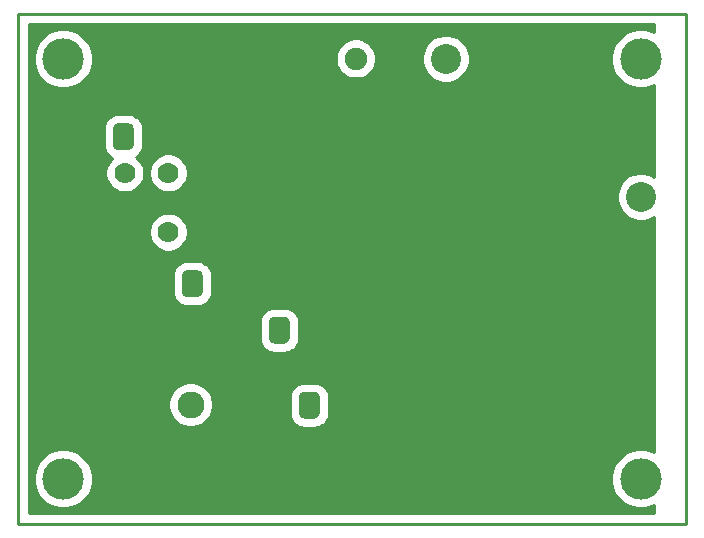
<source format=gbr>
G04 #@! TF.GenerationSoftware,KiCad,Pcbnew,(5.1.10)-1*
G04 #@! TF.CreationDate,2021-11-16T12:52:47+01:00*
G04 #@! TF.ProjectId,colpitts-k_1v5,636f6c70-6974-4747-932d-6b5f3176352e,2*
G04 #@! TF.SameCoordinates,Original*
G04 #@! TF.FileFunction,Copper,L2,Bot*
G04 #@! TF.FilePolarity,Positive*
%FSLAX46Y46*%
G04 Gerber Fmt 4.6, Leading zero omitted, Abs format (unit mm)*
G04 Created by KiCad (PCBNEW (5.1.10)-1) date 2021-11-16 12:52:47*
%MOMM*%
%LPD*%
G01*
G04 APERTURE LIST*
G04 #@! TA.AperFunction,Profile*
%ADD10C,0.254000*%
G04 #@! TD*
G04 #@! TA.AperFunction,ComponentPad*
%ADD11R,1.752600X1.752600*%
G04 #@! TD*
G04 #@! TA.AperFunction,ComponentPad*
%ADD12C,3.505200*%
G04 #@! TD*
G04 #@! TA.AperFunction,ComponentPad*
%ADD13C,2.540000*%
G04 #@! TD*
G04 #@! TA.AperFunction,ComponentPad*
%ADD14C,1.778000*%
G04 #@! TD*
G04 #@! TA.AperFunction,ComponentPad*
%ADD15C,2.286000*%
G04 #@! TD*
G04 #@! TA.AperFunction,ComponentPad*
%ADD16C,1.905000*%
G04 #@! TD*
G04 #@! TA.AperFunction,Conductor*
%ADD17C,0.254000*%
G04 #@! TD*
G04 #@! TA.AperFunction,Conductor*
%ADD18C,0.100000*%
G04 #@! TD*
G04 APERTURE END LIST*
D10*
X74930000Y-125095000D02*
X131445000Y-125095000D01*
X74930000Y-168275000D02*
X74930000Y-125095000D01*
X131445000Y-168275000D02*
X74930000Y-168275000D01*
X131445000Y-125095000D02*
X131445000Y-168275000D01*
D11*
X108585000Y-134620000D03*
X108585000Y-141605000D03*
X116205000Y-133985000D03*
X119380000Y-132715000D03*
X113665000Y-133985000D03*
X127635000Y-133985000D03*
X127635000Y-151765000D03*
X127635000Y-147955000D03*
X117475000Y-156210000D03*
X114300000Y-156210000D03*
G04 #@! TA.AperFunction,ComponentPad*
G36*
G01*
X82931000Y-136207500D02*
X82931000Y-134810500D01*
G75*
G02*
X83375500Y-134366000I444500J0D01*
G01*
X84264500Y-134366000D01*
G75*
G02*
X84709000Y-134810500I0J-444500D01*
G01*
X84709000Y-136207500D01*
G75*
G02*
X84264500Y-136652000I-444500J0D01*
G01*
X83375500Y-136652000D01*
G75*
G02*
X82931000Y-136207500I0J444500D01*
G01*
G37*
G04 #@! TD.AperFunction*
G04 #@! TA.AperFunction,ComponentPad*
G36*
G01*
X98679000Y-158940500D02*
X98679000Y-157543500D01*
G75*
G02*
X99123500Y-157099000I444500J0D01*
G01*
X100012500Y-157099000D01*
G75*
G02*
X100457000Y-157543500I0J-444500D01*
G01*
X100457000Y-158940500D01*
G75*
G02*
X100012500Y-159385000I-444500J0D01*
G01*
X99123500Y-159385000D01*
G75*
G02*
X98679000Y-158940500I0J444500D01*
G01*
G37*
G04 #@! TD.AperFunction*
G04 #@! TA.AperFunction,ComponentPad*
G36*
G01*
X96139000Y-152590500D02*
X96139000Y-151193500D01*
G75*
G02*
X96583500Y-150749000I444500J0D01*
G01*
X97472500Y-150749000D01*
G75*
G02*
X97917000Y-151193500I0J-444500D01*
G01*
X97917000Y-152590500D01*
G75*
G02*
X97472500Y-153035000I-444500J0D01*
G01*
X96583500Y-153035000D01*
G75*
G02*
X96139000Y-152590500I0J444500D01*
G01*
G37*
G04 #@! TD.AperFunction*
G04 #@! TA.AperFunction,ComponentPad*
G36*
G01*
X88773000Y-148653500D02*
X88773000Y-147256500D01*
G75*
G02*
X89217500Y-146812000I444500J0D01*
G01*
X90106500Y-146812000D01*
G75*
G02*
X90551000Y-147256500I0J-444500D01*
G01*
X90551000Y-148653500D01*
G75*
G02*
X90106500Y-149098000I-444500J0D01*
G01*
X89217500Y-149098000D01*
G75*
G02*
X88773000Y-148653500I0J444500D01*
G01*
G37*
G04 #@! TD.AperFunction*
X83693000Y-160782000D03*
X119380000Y-160020000D03*
X114935000Y-160020000D03*
X110490000Y-160020000D03*
X94615000Y-131445000D03*
X86360000Y-132334000D03*
X88900000Y-131445000D03*
X80645000Y-144145000D03*
X85725000Y-146050000D03*
X82550000Y-146050000D03*
X76835000Y-149860000D03*
X77470000Y-158115000D03*
X86360000Y-165735000D03*
X89535000Y-165735000D03*
X93345000Y-165735000D03*
X97155000Y-164465000D03*
X109855000Y-156210000D03*
X119380000Y-137160000D03*
X108585000Y-138430000D03*
X99060000Y-133985000D03*
X99060000Y-131445000D03*
X118110000Y-130175000D03*
D12*
X78740000Y-164465000D03*
X127635000Y-164465000D03*
X127635000Y-128905000D03*
X78740000Y-128905000D03*
D13*
X127635000Y-137160000D03*
X127635000Y-140589000D03*
X127635000Y-144018000D03*
X111125000Y-128905000D03*
X114554000Y-128905000D03*
D14*
X87634000Y-138585000D03*
X87634000Y-143585000D03*
X83951000Y-143585000D03*
X83951000Y-138585000D03*
D15*
X89535000Y-158195000D03*
X87035000Y-160695000D03*
X89535000Y-163195000D03*
D16*
X103505000Y-131405000D03*
X103505000Y-128905000D03*
D17*
X128778000Y-126656662D02*
X128368482Y-126487035D01*
X127882666Y-126390400D01*
X127387334Y-126390400D01*
X126901518Y-126487035D01*
X126443890Y-126676590D01*
X126032036Y-126951783D01*
X125681783Y-127302036D01*
X125406590Y-127713890D01*
X125217035Y-128171518D01*
X125120400Y-128657334D01*
X125120400Y-129152666D01*
X125217035Y-129638482D01*
X125406590Y-130096110D01*
X125681783Y-130507964D01*
X126032036Y-130858217D01*
X126443890Y-131133410D01*
X126901518Y-131322965D01*
X127387334Y-131419600D01*
X127882666Y-131419600D01*
X128368482Y-131322965D01*
X128778000Y-131153338D01*
X128778000Y-138908863D01*
X128597513Y-138788265D01*
X128227713Y-138635089D01*
X127835135Y-138557000D01*
X127434865Y-138557000D01*
X127042287Y-138635089D01*
X126672487Y-138788265D01*
X126339675Y-139010643D01*
X126056643Y-139293675D01*
X125834265Y-139626487D01*
X125681089Y-139996287D01*
X125603000Y-140388865D01*
X125603000Y-140789135D01*
X125681089Y-141181713D01*
X125834265Y-141551513D01*
X126056643Y-141884325D01*
X126339675Y-142167357D01*
X126672487Y-142389735D01*
X127042287Y-142542911D01*
X127434865Y-142621000D01*
X127835135Y-142621000D01*
X128227713Y-142542911D01*
X128597513Y-142389735D01*
X128778000Y-142269137D01*
X128778000Y-162216662D01*
X128368482Y-162047035D01*
X127882666Y-161950400D01*
X127387334Y-161950400D01*
X126901518Y-162047035D01*
X126443890Y-162236590D01*
X126032036Y-162511783D01*
X125681783Y-162862036D01*
X125406590Y-163273890D01*
X125217035Y-163731518D01*
X125120400Y-164217334D01*
X125120400Y-164712666D01*
X125217035Y-165198482D01*
X125406590Y-165656110D01*
X125681783Y-166067964D01*
X126032036Y-166418217D01*
X126443890Y-166693410D01*
X126901518Y-166882965D01*
X127387334Y-166979600D01*
X127882666Y-166979600D01*
X128368482Y-166882965D01*
X128778000Y-166713338D01*
X128778000Y-167386000D01*
X75819000Y-167386000D01*
X75819000Y-164217334D01*
X76225400Y-164217334D01*
X76225400Y-164712666D01*
X76322035Y-165198482D01*
X76511590Y-165656110D01*
X76786783Y-166067964D01*
X77137036Y-166418217D01*
X77548890Y-166693410D01*
X78006518Y-166882965D01*
X78492334Y-166979600D01*
X78987666Y-166979600D01*
X79473482Y-166882965D01*
X79931110Y-166693410D01*
X80342964Y-166418217D01*
X80693217Y-166067964D01*
X80968410Y-165656110D01*
X81157965Y-165198482D01*
X81254600Y-164712666D01*
X81254600Y-164217334D01*
X81157965Y-163731518D01*
X80968410Y-163273890D01*
X80693217Y-162862036D01*
X80342964Y-162511783D01*
X79931110Y-162236590D01*
X79473482Y-162047035D01*
X78987666Y-161950400D01*
X78492334Y-161950400D01*
X78006518Y-162047035D01*
X77548890Y-162236590D01*
X77137036Y-162511783D01*
X76786783Y-162862036D01*
X76511590Y-163273890D01*
X76322035Y-163731518D01*
X76225400Y-164217334D01*
X75819000Y-164217334D01*
X75819000Y-158007374D01*
X87630000Y-158007374D01*
X87630000Y-158382626D01*
X87703209Y-158750668D01*
X87846811Y-159097356D01*
X88055290Y-159409366D01*
X88320634Y-159674710D01*
X88632644Y-159883189D01*
X88979332Y-160026791D01*
X89347374Y-160100000D01*
X89722626Y-160100000D01*
X90090668Y-160026791D01*
X90437356Y-159883189D01*
X90749366Y-159674710D01*
X91014710Y-159409366D01*
X91223189Y-159097356D01*
X91366791Y-158750668D01*
X91440000Y-158382626D01*
X91440000Y-158007374D01*
X91366791Y-157639332D01*
X91327097Y-157543500D01*
X97913314Y-157543500D01*
X97913314Y-158940500D01*
X97936567Y-159176596D01*
X98005434Y-159403618D01*
X98117267Y-159612843D01*
X98267769Y-159796231D01*
X98451157Y-159946733D01*
X98660382Y-160058566D01*
X98887404Y-160127433D01*
X99123500Y-160150686D01*
X100012500Y-160150686D01*
X100248596Y-160127433D01*
X100475618Y-160058566D01*
X100684843Y-159946733D01*
X100868231Y-159796231D01*
X101018733Y-159612843D01*
X101130566Y-159403618D01*
X101199433Y-159176596D01*
X101222686Y-158940500D01*
X101222686Y-157543500D01*
X101199433Y-157307404D01*
X101130566Y-157080382D01*
X101018733Y-156871157D01*
X100868231Y-156687769D01*
X100684843Y-156537267D01*
X100475618Y-156425434D01*
X100248596Y-156356567D01*
X100012500Y-156333314D01*
X99123500Y-156333314D01*
X98887404Y-156356567D01*
X98660382Y-156425434D01*
X98451157Y-156537267D01*
X98267769Y-156687769D01*
X98117267Y-156871157D01*
X98005434Y-157080382D01*
X97936567Y-157307404D01*
X97913314Y-157543500D01*
X91327097Y-157543500D01*
X91223189Y-157292644D01*
X91014710Y-156980634D01*
X90749366Y-156715290D01*
X90437356Y-156506811D01*
X90090668Y-156363209D01*
X89722626Y-156290000D01*
X89347374Y-156290000D01*
X88979332Y-156363209D01*
X88632644Y-156506811D01*
X88320634Y-156715290D01*
X88055290Y-156980634D01*
X87846811Y-157292644D01*
X87703209Y-157639332D01*
X87630000Y-158007374D01*
X75819000Y-158007374D01*
X75819000Y-151193500D01*
X95373314Y-151193500D01*
X95373314Y-152590500D01*
X95396567Y-152826596D01*
X95465434Y-153053618D01*
X95577267Y-153262843D01*
X95727769Y-153446231D01*
X95911157Y-153596733D01*
X96120382Y-153708566D01*
X96347404Y-153777433D01*
X96583500Y-153800686D01*
X97472500Y-153800686D01*
X97708596Y-153777433D01*
X97935618Y-153708566D01*
X98144843Y-153596733D01*
X98328231Y-153446231D01*
X98478733Y-153262843D01*
X98590566Y-153053618D01*
X98659433Y-152826596D01*
X98682686Y-152590500D01*
X98682686Y-151193500D01*
X98659433Y-150957404D01*
X98590566Y-150730382D01*
X98478733Y-150521157D01*
X98328231Y-150337769D01*
X98144843Y-150187267D01*
X97935618Y-150075434D01*
X97708596Y-150006567D01*
X97472500Y-149983314D01*
X96583500Y-149983314D01*
X96347404Y-150006567D01*
X96120382Y-150075434D01*
X95911157Y-150187267D01*
X95727769Y-150337769D01*
X95577267Y-150521157D01*
X95465434Y-150730382D01*
X95396567Y-150957404D01*
X95373314Y-151193500D01*
X75819000Y-151193500D01*
X75819000Y-147256500D01*
X88007314Y-147256500D01*
X88007314Y-148653500D01*
X88030567Y-148889596D01*
X88099434Y-149116618D01*
X88211267Y-149325843D01*
X88361769Y-149509231D01*
X88545157Y-149659733D01*
X88754382Y-149771566D01*
X88981404Y-149840433D01*
X89217500Y-149863686D01*
X90106500Y-149863686D01*
X90342596Y-149840433D01*
X90569618Y-149771566D01*
X90778843Y-149659733D01*
X90962231Y-149509231D01*
X91112733Y-149325843D01*
X91224566Y-149116618D01*
X91293433Y-148889596D01*
X91316686Y-148653500D01*
X91316686Y-147256500D01*
X91293433Y-147020404D01*
X91224566Y-146793382D01*
X91112733Y-146584157D01*
X90962231Y-146400769D01*
X90778843Y-146250267D01*
X90569618Y-146138434D01*
X90342596Y-146069567D01*
X90106500Y-146046314D01*
X89217500Y-146046314D01*
X88981404Y-146069567D01*
X88754382Y-146138434D01*
X88545157Y-146250267D01*
X88361769Y-146400769D01*
X88211267Y-146584157D01*
X88099434Y-146793382D01*
X88030567Y-147020404D01*
X88007314Y-147256500D01*
X75819000Y-147256500D01*
X75819000Y-143422391D01*
X85983000Y-143422391D01*
X85983000Y-143747609D01*
X86046447Y-144066579D01*
X86170903Y-144367042D01*
X86351585Y-144637451D01*
X86581549Y-144867415D01*
X86851958Y-145048097D01*
X87152421Y-145172553D01*
X87471391Y-145236000D01*
X87796609Y-145236000D01*
X88115579Y-145172553D01*
X88416042Y-145048097D01*
X88686451Y-144867415D01*
X88916415Y-144637451D01*
X89097097Y-144367042D01*
X89221553Y-144066579D01*
X89285000Y-143747609D01*
X89285000Y-143422391D01*
X89221553Y-143103421D01*
X89097097Y-142802958D01*
X88916415Y-142532549D01*
X88686451Y-142302585D01*
X88416042Y-142121903D01*
X88115579Y-141997447D01*
X87796609Y-141934000D01*
X87471391Y-141934000D01*
X87152421Y-141997447D01*
X86851958Y-142121903D01*
X86581549Y-142302585D01*
X86351585Y-142532549D01*
X86170903Y-142802958D01*
X86046447Y-143103421D01*
X85983000Y-143422391D01*
X75819000Y-143422391D01*
X75819000Y-134810500D01*
X82165314Y-134810500D01*
X82165314Y-136207500D01*
X82188567Y-136443596D01*
X82257434Y-136670618D01*
X82369267Y-136879843D01*
X82519769Y-137063231D01*
X82703157Y-137213733D01*
X82888391Y-137312743D01*
X82668585Y-137532549D01*
X82487903Y-137802958D01*
X82363447Y-138103421D01*
X82300000Y-138422391D01*
X82300000Y-138747609D01*
X82363447Y-139066579D01*
X82487903Y-139367042D01*
X82668585Y-139637451D01*
X82898549Y-139867415D01*
X83168958Y-140048097D01*
X83469421Y-140172553D01*
X83788391Y-140236000D01*
X84113609Y-140236000D01*
X84432579Y-140172553D01*
X84733042Y-140048097D01*
X85003451Y-139867415D01*
X85233415Y-139637451D01*
X85414097Y-139367042D01*
X85538553Y-139066579D01*
X85602000Y-138747609D01*
X85602000Y-138422391D01*
X85983000Y-138422391D01*
X85983000Y-138747609D01*
X86046447Y-139066579D01*
X86170903Y-139367042D01*
X86351585Y-139637451D01*
X86581549Y-139867415D01*
X86851958Y-140048097D01*
X87152421Y-140172553D01*
X87471391Y-140236000D01*
X87796609Y-140236000D01*
X88115579Y-140172553D01*
X88416042Y-140048097D01*
X88686451Y-139867415D01*
X88916415Y-139637451D01*
X89097097Y-139367042D01*
X89221553Y-139066579D01*
X89285000Y-138747609D01*
X89285000Y-138422391D01*
X89221553Y-138103421D01*
X89097097Y-137802958D01*
X88916415Y-137532549D01*
X88686451Y-137302585D01*
X88416042Y-137121903D01*
X88115579Y-136997447D01*
X87796609Y-136934000D01*
X87471391Y-136934000D01*
X87152421Y-136997447D01*
X86851958Y-137121903D01*
X86581549Y-137302585D01*
X86351585Y-137532549D01*
X86170903Y-137802958D01*
X86046447Y-138103421D01*
X85983000Y-138422391D01*
X85602000Y-138422391D01*
X85538553Y-138103421D01*
X85414097Y-137802958D01*
X85233415Y-137532549D01*
X85003451Y-137302585D01*
X84899971Y-137233442D01*
X84936843Y-137213733D01*
X85120231Y-137063231D01*
X85270733Y-136879843D01*
X85382566Y-136670618D01*
X85451433Y-136443596D01*
X85474686Y-136207500D01*
X85474686Y-134810500D01*
X85451433Y-134574404D01*
X85382566Y-134347382D01*
X85270733Y-134138157D01*
X85120231Y-133954769D01*
X84936843Y-133804267D01*
X84727618Y-133692434D01*
X84500596Y-133623567D01*
X84264500Y-133600314D01*
X83375500Y-133600314D01*
X83139404Y-133623567D01*
X82912382Y-133692434D01*
X82703157Y-133804267D01*
X82519769Y-133954769D01*
X82369267Y-134138157D01*
X82257434Y-134347382D01*
X82188567Y-134574404D01*
X82165314Y-134810500D01*
X75819000Y-134810500D01*
X75819000Y-128657334D01*
X76225400Y-128657334D01*
X76225400Y-129152666D01*
X76322035Y-129638482D01*
X76511590Y-130096110D01*
X76786783Y-130507964D01*
X77137036Y-130858217D01*
X77548890Y-131133410D01*
X78006518Y-131322965D01*
X78492334Y-131419600D01*
X78987666Y-131419600D01*
X79473482Y-131322965D01*
X79931110Y-131133410D01*
X80342964Y-130858217D01*
X80693217Y-130507964D01*
X80968410Y-130096110D01*
X81157965Y-129638482D01*
X81254600Y-129152666D01*
X81254600Y-128736136D01*
X101790500Y-128736136D01*
X101790500Y-129073864D01*
X101856387Y-129405101D01*
X101985630Y-129717120D01*
X102173261Y-129997930D01*
X102412070Y-130236739D01*
X102692880Y-130424370D01*
X103004899Y-130553613D01*
X103336136Y-130619500D01*
X103673864Y-130619500D01*
X104005101Y-130553613D01*
X104317120Y-130424370D01*
X104597930Y-130236739D01*
X104836739Y-129997930D01*
X105024370Y-129717120D01*
X105153613Y-129405101D01*
X105219500Y-129073864D01*
X105219500Y-128736136D01*
X105213280Y-128704865D01*
X109093000Y-128704865D01*
X109093000Y-129105135D01*
X109171089Y-129497713D01*
X109324265Y-129867513D01*
X109546643Y-130200325D01*
X109829675Y-130483357D01*
X110162487Y-130705735D01*
X110532287Y-130858911D01*
X110924865Y-130937000D01*
X111325135Y-130937000D01*
X111717713Y-130858911D01*
X112087513Y-130705735D01*
X112420325Y-130483357D01*
X112703357Y-130200325D01*
X112925735Y-129867513D01*
X113078911Y-129497713D01*
X113157000Y-129105135D01*
X113157000Y-128704865D01*
X113078911Y-128312287D01*
X112925735Y-127942487D01*
X112703357Y-127609675D01*
X112420325Y-127326643D01*
X112087513Y-127104265D01*
X111717713Y-126951089D01*
X111325135Y-126873000D01*
X110924865Y-126873000D01*
X110532287Y-126951089D01*
X110162487Y-127104265D01*
X109829675Y-127326643D01*
X109546643Y-127609675D01*
X109324265Y-127942487D01*
X109171089Y-128312287D01*
X109093000Y-128704865D01*
X105213280Y-128704865D01*
X105153613Y-128404899D01*
X105024370Y-128092880D01*
X104836739Y-127812070D01*
X104597930Y-127573261D01*
X104317120Y-127385630D01*
X104005101Y-127256387D01*
X103673864Y-127190500D01*
X103336136Y-127190500D01*
X103004899Y-127256387D01*
X102692880Y-127385630D01*
X102412070Y-127573261D01*
X102173261Y-127812070D01*
X101985630Y-128092880D01*
X101856387Y-128404899D01*
X101790500Y-128736136D01*
X81254600Y-128736136D01*
X81254600Y-128657334D01*
X81157965Y-128171518D01*
X80968410Y-127713890D01*
X80693217Y-127302036D01*
X80342964Y-126951783D01*
X79931110Y-126676590D01*
X79473482Y-126487035D01*
X78987666Y-126390400D01*
X78492334Y-126390400D01*
X78006518Y-126487035D01*
X77548890Y-126676590D01*
X77137036Y-126951783D01*
X76786783Y-127302036D01*
X76511590Y-127713890D01*
X76322035Y-128171518D01*
X76225400Y-128657334D01*
X75819000Y-128657334D01*
X75819000Y-125984000D01*
X128778000Y-125984000D01*
X128778000Y-126656662D01*
G04 #@! TA.AperFunction,Conductor*
D18*
G36*
X128778000Y-126656662D02*
G01*
X128368482Y-126487035D01*
X127882666Y-126390400D01*
X127387334Y-126390400D01*
X126901518Y-126487035D01*
X126443890Y-126676590D01*
X126032036Y-126951783D01*
X125681783Y-127302036D01*
X125406590Y-127713890D01*
X125217035Y-128171518D01*
X125120400Y-128657334D01*
X125120400Y-129152666D01*
X125217035Y-129638482D01*
X125406590Y-130096110D01*
X125681783Y-130507964D01*
X126032036Y-130858217D01*
X126443890Y-131133410D01*
X126901518Y-131322965D01*
X127387334Y-131419600D01*
X127882666Y-131419600D01*
X128368482Y-131322965D01*
X128778000Y-131153338D01*
X128778000Y-138908863D01*
X128597513Y-138788265D01*
X128227713Y-138635089D01*
X127835135Y-138557000D01*
X127434865Y-138557000D01*
X127042287Y-138635089D01*
X126672487Y-138788265D01*
X126339675Y-139010643D01*
X126056643Y-139293675D01*
X125834265Y-139626487D01*
X125681089Y-139996287D01*
X125603000Y-140388865D01*
X125603000Y-140789135D01*
X125681089Y-141181713D01*
X125834265Y-141551513D01*
X126056643Y-141884325D01*
X126339675Y-142167357D01*
X126672487Y-142389735D01*
X127042287Y-142542911D01*
X127434865Y-142621000D01*
X127835135Y-142621000D01*
X128227713Y-142542911D01*
X128597513Y-142389735D01*
X128778000Y-142269137D01*
X128778000Y-162216662D01*
X128368482Y-162047035D01*
X127882666Y-161950400D01*
X127387334Y-161950400D01*
X126901518Y-162047035D01*
X126443890Y-162236590D01*
X126032036Y-162511783D01*
X125681783Y-162862036D01*
X125406590Y-163273890D01*
X125217035Y-163731518D01*
X125120400Y-164217334D01*
X125120400Y-164712666D01*
X125217035Y-165198482D01*
X125406590Y-165656110D01*
X125681783Y-166067964D01*
X126032036Y-166418217D01*
X126443890Y-166693410D01*
X126901518Y-166882965D01*
X127387334Y-166979600D01*
X127882666Y-166979600D01*
X128368482Y-166882965D01*
X128778000Y-166713338D01*
X128778000Y-167386000D01*
X75819000Y-167386000D01*
X75819000Y-164217334D01*
X76225400Y-164217334D01*
X76225400Y-164712666D01*
X76322035Y-165198482D01*
X76511590Y-165656110D01*
X76786783Y-166067964D01*
X77137036Y-166418217D01*
X77548890Y-166693410D01*
X78006518Y-166882965D01*
X78492334Y-166979600D01*
X78987666Y-166979600D01*
X79473482Y-166882965D01*
X79931110Y-166693410D01*
X80342964Y-166418217D01*
X80693217Y-166067964D01*
X80968410Y-165656110D01*
X81157965Y-165198482D01*
X81254600Y-164712666D01*
X81254600Y-164217334D01*
X81157965Y-163731518D01*
X80968410Y-163273890D01*
X80693217Y-162862036D01*
X80342964Y-162511783D01*
X79931110Y-162236590D01*
X79473482Y-162047035D01*
X78987666Y-161950400D01*
X78492334Y-161950400D01*
X78006518Y-162047035D01*
X77548890Y-162236590D01*
X77137036Y-162511783D01*
X76786783Y-162862036D01*
X76511590Y-163273890D01*
X76322035Y-163731518D01*
X76225400Y-164217334D01*
X75819000Y-164217334D01*
X75819000Y-158007374D01*
X87630000Y-158007374D01*
X87630000Y-158382626D01*
X87703209Y-158750668D01*
X87846811Y-159097356D01*
X88055290Y-159409366D01*
X88320634Y-159674710D01*
X88632644Y-159883189D01*
X88979332Y-160026791D01*
X89347374Y-160100000D01*
X89722626Y-160100000D01*
X90090668Y-160026791D01*
X90437356Y-159883189D01*
X90749366Y-159674710D01*
X91014710Y-159409366D01*
X91223189Y-159097356D01*
X91366791Y-158750668D01*
X91440000Y-158382626D01*
X91440000Y-158007374D01*
X91366791Y-157639332D01*
X91327097Y-157543500D01*
X97913314Y-157543500D01*
X97913314Y-158940500D01*
X97936567Y-159176596D01*
X98005434Y-159403618D01*
X98117267Y-159612843D01*
X98267769Y-159796231D01*
X98451157Y-159946733D01*
X98660382Y-160058566D01*
X98887404Y-160127433D01*
X99123500Y-160150686D01*
X100012500Y-160150686D01*
X100248596Y-160127433D01*
X100475618Y-160058566D01*
X100684843Y-159946733D01*
X100868231Y-159796231D01*
X101018733Y-159612843D01*
X101130566Y-159403618D01*
X101199433Y-159176596D01*
X101222686Y-158940500D01*
X101222686Y-157543500D01*
X101199433Y-157307404D01*
X101130566Y-157080382D01*
X101018733Y-156871157D01*
X100868231Y-156687769D01*
X100684843Y-156537267D01*
X100475618Y-156425434D01*
X100248596Y-156356567D01*
X100012500Y-156333314D01*
X99123500Y-156333314D01*
X98887404Y-156356567D01*
X98660382Y-156425434D01*
X98451157Y-156537267D01*
X98267769Y-156687769D01*
X98117267Y-156871157D01*
X98005434Y-157080382D01*
X97936567Y-157307404D01*
X97913314Y-157543500D01*
X91327097Y-157543500D01*
X91223189Y-157292644D01*
X91014710Y-156980634D01*
X90749366Y-156715290D01*
X90437356Y-156506811D01*
X90090668Y-156363209D01*
X89722626Y-156290000D01*
X89347374Y-156290000D01*
X88979332Y-156363209D01*
X88632644Y-156506811D01*
X88320634Y-156715290D01*
X88055290Y-156980634D01*
X87846811Y-157292644D01*
X87703209Y-157639332D01*
X87630000Y-158007374D01*
X75819000Y-158007374D01*
X75819000Y-151193500D01*
X95373314Y-151193500D01*
X95373314Y-152590500D01*
X95396567Y-152826596D01*
X95465434Y-153053618D01*
X95577267Y-153262843D01*
X95727769Y-153446231D01*
X95911157Y-153596733D01*
X96120382Y-153708566D01*
X96347404Y-153777433D01*
X96583500Y-153800686D01*
X97472500Y-153800686D01*
X97708596Y-153777433D01*
X97935618Y-153708566D01*
X98144843Y-153596733D01*
X98328231Y-153446231D01*
X98478733Y-153262843D01*
X98590566Y-153053618D01*
X98659433Y-152826596D01*
X98682686Y-152590500D01*
X98682686Y-151193500D01*
X98659433Y-150957404D01*
X98590566Y-150730382D01*
X98478733Y-150521157D01*
X98328231Y-150337769D01*
X98144843Y-150187267D01*
X97935618Y-150075434D01*
X97708596Y-150006567D01*
X97472500Y-149983314D01*
X96583500Y-149983314D01*
X96347404Y-150006567D01*
X96120382Y-150075434D01*
X95911157Y-150187267D01*
X95727769Y-150337769D01*
X95577267Y-150521157D01*
X95465434Y-150730382D01*
X95396567Y-150957404D01*
X95373314Y-151193500D01*
X75819000Y-151193500D01*
X75819000Y-147256500D01*
X88007314Y-147256500D01*
X88007314Y-148653500D01*
X88030567Y-148889596D01*
X88099434Y-149116618D01*
X88211267Y-149325843D01*
X88361769Y-149509231D01*
X88545157Y-149659733D01*
X88754382Y-149771566D01*
X88981404Y-149840433D01*
X89217500Y-149863686D01*
X90106500Y-149863686D01*
X90342596Y-149840433D01*
X90569618Y-149771566D01*
X90778843Y-149659733D01*
X90962231Y-149509231D01*
X91112733Y-149325843D01*
X91224566Y-149116618D01*
X91293433Y-148889596D01*
X91316686Y-148653500D01*
X91316686Y-147256500D01*
X91293433Y-147020404D01*
X91224566Y-146793382D01*
X91112733Y-146584157D01*
X90962231Y-146400769D01*
X90778843Y-146250267D01*
X90569618Y-146138434D01*
X90342596Y-146069567D01*
X90106500Y-146046314D01*
X89217500Y-146046314D01*
X88981404Y-146069567D01*
X88754382Y-146138434D01*
X88545157Y-146250267D01*
X88361769Y-146400769D01*
X88211267Y-146584157D01*
X88099434Y-146793382D01*
X88030567Y-147020404D01*
X88007314Y-147256500D01*
X75819000Y-147256500D01*
X75819000Y-143422391D01*
X85983000Y-143422391D01*
X85983000Y-143747609D01*
X86046447Y-144066579D01*
X86170903Y-144367042D01*
X86351585Y-144637451D01*
X86581549Y-144867415D01*
X86851958Y-145048097D01*
X87152421Y-145172553D01*
X87471391Y-145236000D01*
X87796609Y-145236000D01*
X88115579Y-145172553D01*
X88416042Y-145048097D01*
X88686451Y-144867415D01*
X88916415Y-144637451D01*
X89097097Y-144367042D01*
X89221553Y-144066579D01*
X89285000Y-143747609D01*
X89285000Y-143422391D01*
X89221553Y-143103421D01*
X89097097Y-142802958D01*
X88916415Y-142532549D01*
X88686451Y-142302585D01*
X88416042Y-142121903D01*
X88115579Y-141997447D01*
X87796609Y-141934000D01*
X87471391Y-141934000D01*
X87152421Y-141997447D01*
X86851958Y-142121903D01*
X86581549Y-142302585D01*
X86351585Y-142532549D01*
X86170903Y-142802958D01*
X86046447Y-143103421D01*
X85983000Y-143422391D01*
X75819000Y-143422391D01*
X75819000Y-134810500D01*
X82165314Y-134810500D01*
X82165314Y-136207500D01*
X82188567Y-136443596D01*
X82257434Y-136670618D01*
X82369267Y-136879843D01*
X82519769Y-137063231D01*
X82703157Y-137213733D01*
X82888391Y-137312743D01*
X82668585Y-137532549D01*
X82487903Y-137802958D01*
X82363447Y-138103421D01*
X82300000Y-138422391D01*
X82300000Y-138747609D01*
X82363447Y-139066579D01*
X82487903Y-139367042D01*
X82668585Y-139637451D01*
X82898549Y-139867415D01*
X83168958Y-140048097D01*
X83469421Y-140172553D01*
X83788391Y-140236000D01*
X84113609Y-140236000D01*
X84432579Y-140172553D01*
X84733042Y-140048097D01*
X85003451Y-139867415D01*
X85233415Y-139637451D01*
X85414097Y-139367042D01*
X85538553Y-139066579D01*
X85602000Y-138747609D01*
X85602000Y-138422391D01*
X85983000Y-138422391D01*
X85983000Y-138747609D01*
X86046447Y-139066579D01*
X86170903Y-139367042D01*
X86351585Y-139637451D01*
X86581549Y-139867415D01*
X86851958Y-140048097D01*
X87152421Y-140172553D01*
X87471391Y-140236000D01*
X87796609Y-140236000D01*
X88115579Y-140172553D01*
X88416042Y-140048097D01*
X88686451Y-139867415D01*
X88916415Y-139637451D01*
X89097097Y-139367042D01*
X89221553Y-139066579D01*
X89285000Y-138747609D01*
X89285000Y-138422391D01*
X89221553Y-138103421D01*
X89097097Y-137802958D01*
X88916415Y-137532549D01*
X88686451Y-137302585D01*
X88416042Y-137121903D01*
X88115579Y-136997447D01*
X87796609Y-136934000D01*
X87471391Y-136934000D01*
X87152421Y-136997447D01*
X86851958Y-137121903D01*
X86581549Y-137302585D01*
X86351585Y-137532549D01*
X86170903Y-137802958D01*
X86046447Y-138103421D01*
X85983000Y-138422391D01*
X85602000Y-138422391D01*
X85538553Y-138103421D01*
X85414097Y-137802958D01*
X85233415Y-137532549D01*
X85003451Y-137302585D01*
X84899971Y-137233442D01*
X84936843Y-137213733D01*
X85120231Y-137063231D01*
X85270733Y-136879843D01*
X85382566Y-136670618D01*
X85451433Y-136443596D01*
X85474686Y-136207500D01*
X85474686Y-134810500D01*
X85451433Y-134574404D01*
X85382566Y-134347382D01*
X85270733Y-134138157D01*
X85120231Y-133954769D01*
X84936843Y-133804267D01*
X84727618Y-133692434D01*
X84500596Y-133623567D01*
X84264500Y-133600314D01*
X83375500Y-133600314D01*
X83139404Y-133623567D01*
X82912382Y-133692434D01*
X82703157Y-133804267D01*
X82519769Y-133954769D01*
X82369267Y-134138157D01*
X82257434Y-134347382D01*
X82188567Y-134574404D01*
X82165314Y-134810500D01*
X75819000Y-134810500D01*
X75819000Y-128657334D01*
X76225400Y-128657334D01*
X76225400Y-129152666D01*
X76322035Y-129638482D01*
X76511590Y-130096110D01*
X76786783Y-130507964D01*
X77137036Y-130858217D01*
X77548890Y-131133410D01*
X78006518Y-131322965D01*
X78492334Y-131419600D01*
X78987666Y-131419600D01*
X79473482Y-131322965D01*
X79931110Y-131133410D01*
X80342964Y-130858217D01*
X80693217Y-130507964D01*
X80968410Y-130096110D01*
X81157965Y-129638482D01*
X81254600Y-129152666D01*
X81254600Y-128736136D01*
X101790500Y-128736136D01*
X101790500Y-129073864D01*
X101856387Y-129405101D01*
X101985630Y-129717120D01*
X102173261Y-129997930D01*
X102412070Y-130236739D01*
X102692880Y-130424370D01*
X103004899Y-130553613D01*
X103336136Y-130619500D01*
X103673864Y-130619500D01*
X104005101Y-130553613D01*
X104317120Y-130424370D01*
X104597930Y-130236739D01*
X104836739Y-129997930D01*
X105024370Y-129717120D01*
X105153613Y-129405101D01*
X105219500Y-129073864D01*
X105219500Y-128736136D01*
X105213280Y-128704865D01*
X109093000Y-128704865D01*
X109093000Y-129105135D01*
X109171089Y-129497713D01*
X109324265Y-129867513D01*
X109546643Y-130200325D01*
X109829675Y-130483357D01*
X110162487Y-130705735D01*
X110532287Y-130858911D01*
X110924865Y-130937000D01*
X111325135Y-130937000D01*
X111717713Y-130858911D01*
X112087513Y-130705735D01*
X112420325Y-130483357D01*
X112703357Y-130200325D01*
X112925735Y-129867513D01*
X113078911Y-129497713D01*
X113157000Y-129105135D01*
X113157000Y-128704865D01*
X113078911Y-128312287D01*
X112925735Y-127942487D01*
X112703357Y-127609675D01*
X112420325Y-127326643D01*
X112087513Y-127104265D01*
X111717713Y-126951089D01*
X111325135Y-126873000D01*
X110924865Y-126873000D01*
X110532287Y-126951089D01*
X110162487Y-127104265D01*
X109829675Y-127326643D01*
X109546643Y-127609675D01*
X109324265Y-127942487D01*
X109171089Y-128312287D01*
X109093000Y-128704865D01*
X105213280Y-128704865D01*
X105153613Y-128404899D01*
X105024370Y-128092880D01*
X104836739Y-127812070D01*
X104597930Y-127573261D01*
X104317120Y-127385630D01*
X104005101Y-127256387D01*
X103673864Y-127190500D01*
X103336136Y-127190500D01*
X103004899Y-127256387D01*
X102692880Y-127385630D01*
X102412070Y-127573261D01*
X102173261Y-127812070D01*
X101985630Y-128092880D01*
X101856387Y-128404899D01*
X101790500Y-128736136D01*
X81254600Y-128736136D01*
X81254600Y-128657334D01*
X81157965Y-128171518D01*
X80968410Y-127713890D01*
X80693217Y-127302036D01*
X80342964Y-126951783D01*
X79931110Y-126676590D01*
X79473482Y-126487035D01*
X78987666Y-126390400D01*
X78492334Y-126390400D01*
X78006518Y-126487035D01*
X77548890Y-126676590D01*
X77137036Y-126951783D01*
X76786783Y-127302036D01*
X76511590Y-127713890D01*
X76322035Y-128171518D01*
X76225400Y-128657334D01*
X75819000Y-128657334D01*
X75819000Y-125984000D01*
X128778000Y-125984000D01*
X128778000Y-126656662D01*
G37*
G04 #@! TD.AperFunction*
M02*

</source>
